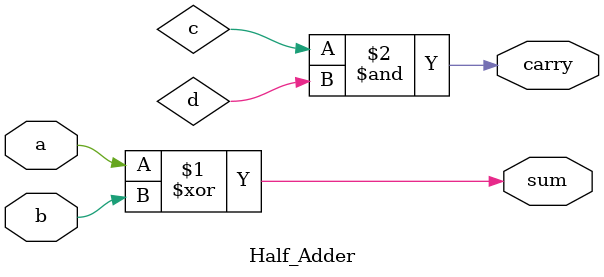
<source format=v>
`timescale 1ns / 1ps


module Half_Adder(
    input a, b,
    output sum, carry
    );
    //wire a_carry, b_carry;
    xor(sum, a, b);
    
//    assign c = a;
//    assign d = b;
    
    and(carry, c, d);
endmodule

</source>
